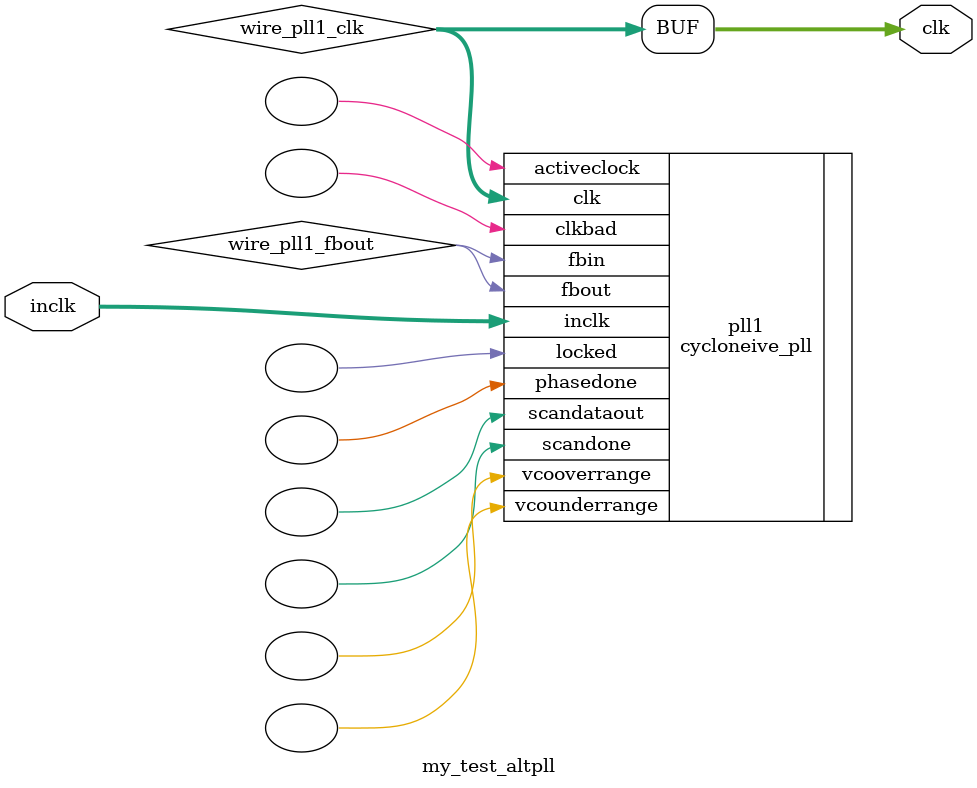
<source format=v>






//synthesis_resources = cycloneive_pll 1 
//synopsys translate_off
`timescale 1 ps / 1 ps
//synopsys translate_on
module  my_test_altpll
	( 
	clk,
	inclk) /* synthesis synthesis_clearbox=1 */;
	output   [4:0]  clk;
	input   [1:0]  inclk;
`ifndef ALTERA_RESERVED_QIS
// synopsys translate_off
`endif
	tri0   [1:0]  inclk;
`ifndef ALTERA_RESERVED_QIS
// synopsys translate_on
`endif

	wire  [4:0]   wire_pll1_clk;
	wire  wire_pll1_fbout;

	cycloneive_pll   pll1
	( 
	.activeclock(),
	.clk(wire_pll1_clk),
	.clkbad(),
	.fbin(wire_pll1_fbout),
	.fbout(wire_pll1_fbout),
	.inclk(inclk),
	.locked(),
	.phasedone(),
	.scandataout(),
	.scandone(),
	.vcooverrange(),
	.vcounderrange()
	`ifndef FORMAL_VERIFICATION
	// synopsys translate_off
	`endif
	,
	.areset(1'b0),
	.clkswitch(1'b0),
	.configupdate(1'b0),
	.pfdena(1'b1),
	.phasecounterselect({3{1'b0}}),
	.phasestep(1'b0),
	.phaseupdown(1'b0),
	.scanclk(1'b0),
	.scanclkena(1'b1),
	.scandata(1'b0)
	`ifndef FORMAL_VERIFICATION
	// synopsys translate_on
	`endif
	);
	defparam
		pll1.bandwidth_type = "auto",
		pll1.clk0_divide_by = 2,
		pll1.clk0_duty_cycle = 50,
		pll1.clk0_multiply_by = 1,
		pll1.clk0_phase_shift = "0",
		pll1.compensate_clock = "clk0",
		pll1.inclk0_input_frequency = 20000,
		pll1.operation_mode = "normal",
		pll1.pll_type = "auto",
		pll1.lpm_type = "cycloneive_pll";
	assign
		clk = {wire_pll1_clk[4:0]};
endmodule //my_test_altpll
//VALID FILE

</source>
